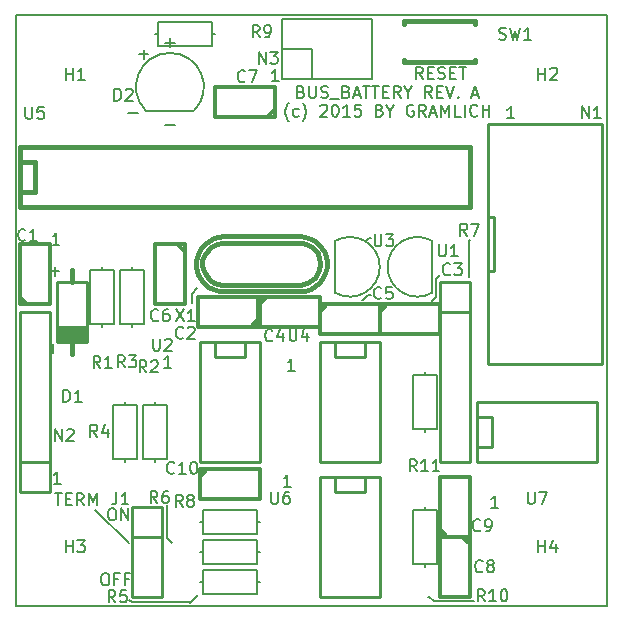
<source format=gto>
%FSLAX36Y36*%
G04 Gerber Fmt 3.6, Leading zero omitted, Abs format (unit inch)*
G04 Created by KiCad (PCBNEW (2014-jul-16 BZR unknown)-product) date Mon 26 Jan 2015 07:29:18 PM PST*
%MOIN*%
G01*
G04 APERTURE LIST*
%ADD10C,0.003937*%
%ADD11C,0.008000*%
%ADD12C,0.006000*%
%ADD13C,0.012000*%
%ADD14C,0.015000*%
%ADD15C,0.010000*%
%ADD16C,0.005906*%
G04 APERTURE END LIST*
D10*
D11*
X4200700Y-5584600D02*
X4312000Y-5695900D01*
D12*
X4066719Y-5529795D02*
X4089576Y-5529795D01*
X4078148Y-5569795D02*
X4078148Y-5529795D01*
X4102910Y-5548843D02*
X4116243Y-5548843D01*
X4121957Y-5569795D02*
X4102910Y-5569795D01*
X4102910Y-5529795D01*
X4121957Y-5529795D01*
X4161957Y-5569795D02*
X4148624Y-5550748D01*
X4139100Y-5569795D02*
X4139100Y-5529795D01*
X4154338Y-5529795D01*
X4158148Y-5531700D01*
X4160052Y-5533605D01*
X4161957Y-5537414D01*
X4161957Y-5543129D01*
X4160052Y-5546938D01*
X4158148Y-5548843D01*
X4154338Y-5550748D01*
X4139100Y-5550748D01*
X4179100Y-5569795D02*
X4179100Y-5529795D01*
X4192433Y-5558367D01*
X4205767Y-5529795D01*
X4205767Y-5569795D01*
X4230905Y-5797095D02*
X4238524Y-5797095D01*
X4242333Y-5799000D01*
X4246143Y-5802810D01*
X4248048Y-5810429D01*
X4248048Y-5823762D01*
X4246143Y-5831381D01*
X4242333Y-5835190D01*
X4238524Y-5837095D01*
X4230905Y-5837095D01*
X4227095Y-5835190D01*
X4223286Y-5831381D01*
X4221381Y-5823762D01*
X4221381Y-5810429D01*
X4223286Y-5802810D01*
X4227095Y-5799000D01*
X4230905Y-5797095D01*
X4278524Y-5816143D02*
X4265191Y-5816143D01*
X4265191Y-5837095D02*
X4265191Y-5797095D01*
X4284238Y-5797095D01*
X4312810Y-5816143D02*
X4299476Y-5816143D01*
X4299476Y-5837095D02*
X4299476Y-5797095D01*
X4318524Y-5797095D01*
X4253638Y-5580195D02*
X4261257Y-5580195D01*
X4265067Y-5582100D01*
X4268876Y-5585910D01*
X4270781Y-5593529D01*
X4270781Y-5606862D01*
X4268876Y-5614481D01*
X4265067Y-5618290D01*
X4261257Y-5620195D01*
X4253638Y-5620195D01*
X4249829Y-5618290D01*
X4246019Y-5614481D01*
X4244114Y-5606862D01*
X4244114Y-5593529D01*
X4246019Y-5585910D01*
X4249829Y-5582100D01*
X4253638Y-5580195D01*
X4287924Y-5620195D02*
X4287924Y-5580195D01*
X4310781Y-5620195D01*
X4310781Y-5580195D01*
X4085429Y-5497595D02*
X4062571Y-5497595D01*
X4074000Y-5497595D02*
X4074000Y-5457595D01*
X4070191Y-5463310D01*
X4066381Y-5467119D01*
X4062571Y-5469024D01*
D11*
X4441500Y-5680500D02*
X4456900Y-5695900D01*
X4441500Y-5569900D02*
X4441500Y-5680500D01*
X4323900Y-5893500D02*
X4315200Y-5884800D01*
X4517700Y-5893500D02*
X4323900Y-5893500D01*
X4517000Y-5894000D02*
X4542000Y-5869000D01*
D12*
X4081429Y-4701095D02*
X4058571Y-4701095D01*
X4070000Y-4701095D02*
X4070000Y-4661095D01*
X4066191Y-4666810D01*
X4062381Y-4670619D01*
X4058571Y-4672524D01*
X4453429Y-5111095D02*
X4430571Y-5111095D01*
X4442000Y-5111095D02*
X4442000Y-5071095D01*
X4438191Y-5076810D01*
X4434381Y-5080619D01*
X4430571Y-5082524D01*
X4865429Y-5121095D02*
X4842571Y-5121095D01*
X4854000Y-5121095D02*
X4854000Y-5081095D01*
X4850191Y-5086810D01*
X4846381Y-5090619D01*
X4842571Y-5092524D01*
X4851929Y-5508095D02*
X4829071Y-5508095D01*
X4840500Y-5508095D02*
X4840500Y-5468095D01*
X4836691Y-5473810D01*
X4832881Y-5477619D01*
X4829071Y-5479524D01*
D11*
X5314500Y-5874000D02*
X5311500Y-5874000D01*
X5331000Y-5890500D02*
X5314500Y-5874000D01*
X5463000Y-5890500D02*
X5331000Y-5890500D01*
D12*
X5544429Y-5577495D02*
X5521571Y-5577495D01*
X5533000Y-5577495D02*
X5533000Y-5537495D01*
X5529191Y-5543210D01*
X5525381Y-5547019D01*
X5521571Y-5548924D01*
X5597229Y-4279495D02*
X5574371Y-4279495D01*
X5585800Y-4279495D02*
X5585800Y-4239495D01*
X5581991Y-4245210D01*
X5578181Y-4249019D01*
X5574371Y-4250924D01*
D11*
X5448100Y-4685100D02*
X5448800Y-4685100D01*
X5448100Y-4809000D02*
X5448100Y-4685100D01*
X5093200Y-4885300D02*
X5091100Y-4885300D01*
X5109300Y-4869200D02*
X5093200Y-4885300D01*
X5120500Y-4869200D02*
X5109300Y-4869200D01*
X5336100Y-4816700D02*
X5351500Y-4801300D01*
X5336000Y-4875000D02*
X5323000Y-4888000D01*
X5336000Y-4815000D02*
X5336000Y-4875000D01*
X5114900Y-4677400D02*
X5107900Y-4684400D01*
X5120500Y-4677400D02*
X5114900Y-4677400D01*
X4522500Y-4864500D02*
X4540500Y-4846500D01*
X4522500Y-4894500D02*
X4522500Y-4864500D01*
D12*
X4346762Y-4065857D02*
X4377238Y-4065857D01*
X4362000Y-4081095D02*
X4362000Y-4050619D01*
X4311762Y-4263857D02*
X4342238Y-4263857D01*
X4813129Y-4156195D02*
X4790271Y-4156195D01*
X4801700Y-4156195D02*
X4801700Y-4116195D01*
X4797891Y-4121910D01*
X4794081Y-4125719D01*
X4790271Y-4127624D01*
X5292605Y-4148895D02*
X5279271Y-4129848D01*
X5269748Y-4148895D02*
X5269748Y-4108895D01*
X5284986Y-4108895D01*
X5288795Y-4110800D01*
X5290700Y-4112705D01*
X5292605Y-4116514D01*
X5292605Y-4122229D01*
X5290700Y-4126038D01*
X5288795Y-4127943D01*
X5284986Y-4129848D01*
X5269748Y-4129848D01*
X5309748Y-4127943D02*
X5323081Y-4127943D01*
X5328795Y-4148895D02*
X5309748Y-4148895D01*
X5309748Y-4108895D01*
X5328795Y-4108895D01*
X5344033Y-4146990D02*
X5349748Y-4148895D01*
X5359271Y-4148895D01*
X5363081Y-4146990D01*
X5364986Y-4145086D01*
X5366890Y-4141276D01*
X5366890Y-4137467D01*
X5364986Y-4133657D01*
X5363081Y-4131752D01*
X5359271Y-4129848D01*
X5351652Y-4127943D01*
X5347843Y-4126038D01*
X5345938Y-4124133D01*
X5344033Y-4120324D01*
X5344033Y-4116514D01*
X5345938Y-4112705D01*
X5347843Y-4110800D01*
X5351652Y-4108895D01*
X5361176Y-4108895D01*
X5366890Y-4110800D01*
X5384033Y-4127943D02*
X5397367Y-4127943D01*
X5403081Y-4148895D02*
X5384033Y-4148895D01*
X5384033Y-4108895D01*
X5403081Y-4108895D01*
X5414510Y-4108895D02*
X5437367Y-4108895D01*
X5425938Y-4148895D02*
X5425938Y-4108895D01*
X4887381Y-4191143D02*
X4893095Y-4193048D01*
X4895000Y-4194952D01*
X4896905Y-4198762D01*
X4896905Y-4204476D01*
X4895000Y-4208286D01*
X4893095Y-4210190D01*
X4889286Y-4212095D01*
X4874048Y-4212095D01*
X4874048Y-4172095D01*
X4887381Y-4172095D01*
X4891191Y-4174000D01*
X4893095Y-4175905D01*
X4895000Y-4179714D01*
X4895000Y-4183524D01*
X4893095Y-4187333D01*
X4891191Y-4189238D01*
X4887381Y-4191143D01*
X4874048Y-4191143D01*
X4914048Y-4172095D02*
X4914048Y-4204476D01*
X4915952Y-4208286D01*
X4917857Y-4210190D01*
X4921667Y-4212095D01*
X4929286Y-4212095D01*
X4933095Y-4210190D01*
X4935000Y-4208286D01*
X4936905Y-4204476D01*
X4936905Y-4172095D01*
X4954048Y-4210190D02*
X4959762Y-4212095D01*
X4969286Y-4212095D01*
X4973095Y-4210190D01*
X4975000Y-4208286D01*
X4976905Y-4204476D01*
X4976905Y-4200667D01*
X4975000Y-4196857D01*
X4973095Y-4194952D01*
X4969286Y-4193048D01*
X4961667Y-4191143D01*
X4957857Y-4189238D01*
X4955952Y-4187333D01*
X4954048Y-4183524D01*
X4954048Y-4179714D01*
X4955952Y-4175905D01*
X4957857Y-4174000D01*
X4961667Y-4172095D01*
X4971191Y-4172095D01*
X4976905Y-4174000D01*
X4984524Y-4215905D02*
X5015000Y-4215905D01*
X5037857Y-4191143D02*
X5043571Y-4193048D01*
X5045476Y-4194952D01*
X5047381Y-4198762D01*
X5047381Y-4204476D01*
X5045476Y-4208286D01*
X5043571Y-4210190D01*
X5039762Y-4212095D01*
X5024524Y-4212095D01*
X5024524Y-4172095D01*
X5037857Y-4172095D01*
X5041667Y-4174000D01*
X5043571Y-4175905D01*
X5045476Y-4179714D01*
X5045476Y-4183524D01*
X5043571Y-4187333D01*
X5041667Y-4189238D01*
X5037857Y-4191143D01*
X5024524Y-4191143D01*
X5062619Y-4200667D02*
X5081667Y-4200667D01*
X5058810Y-4212095D02*
X5072143Y-4172095D01*
X5085476Y-4212095D01*
X5093095Y-4172095D02*
X5115952Y-4172095D01*
X5104524Y-4212095D02*
X5104524Y-4172095D01*
X5123571Y-4172095D02*
X5146429Y-4172095D01*
X5135000Y-4212095D02*
X5135000Y-4172095D01*
X5159762Y-4191143D02*
X5173095Y-4191143D01*
X5178810Y-4212095D02*
X5159762Y-4212095D01*
X5159762Y-4172095D01*
X5178810Y-4172095D01*
X5218810Y-4212095D02*
X5205476Y-4193048D01*
X5195952Y-4212095D02*
X5195952Y-4172095D01*
X5211190Y-4172095D01*
X5215000Y-4174000D01*
X5216905Y-4175905D01*
X5218810Y-4179714D01*
X5218810Y-4185429D01*
X5216905Y-4189238D01*
X5215000Y-4191143D01*
X5211190Y-4193048D01*
X5195952Y-4193048D01*
X5243571Y-4193048D02*
X5243571Y-4212095D01*
X5230238Y-4172095D02*
X5243571Y-4193048D01*
X5256905Y-4172095D01*
X5323571Y-4212095D02*
X5310238Y-4193048D01*
X5300714Y-4212095D02*
X5300714Y-4172095D01*
X5315952Y-4172095D01*
X5319762Y-4174000D01*
X5321667Y-4175905D01*
X5323571Y-4179714D01*
X5323571Y-4185429D01*
X5321667Y-4189238D01*
X5319762Y-4191143D01*
X5315952Y-4193048D01*
X5300714Y-4193048D01*
X5340714Y-4191143D02*
X5354048Y-4191143D01*
X5359762Y-4212095D02*
X5340714Y-4212095D01*
X5340714Y-4172095D01*
X5359762Y-4172095D01*
X5371190Y-4172095D02*
X5384524Y-4212095D01*
X5397857Y-4172095D01*
X5411190Y-4208286D02*
X5413095Y-4210190D01*
X5411190Y-4212095D01*
X5409286Y-4210190D01*
X5411190Y-4208286D01*
X5411190Y-4212095D01*
X5458810Y-4200667D02*
X5477857Y-4200667D01*
X5455000Y-4212095D02*
X5468333Y-4172095D01*
X5481667Y-4212095D01*
X4846429Y-4289333D02*
X4844524Y-4287429D01*
X4840714Y-4281714D01*
X4838810Y-4277905D01*
X4836905Y-4272190D01*
X4835000Y-4262667D01*
X4835000Y-4255048D01*
X4836905Y-4245524D01*
X4838810Y-4239810D01*
X4840714Y-4236000D01*
X4844524Y-4230286D01*
X4846429Y-4228381D01*
X4878810Y-4272190D02*
X4875000Y-4274095D01*
X4867381Y-4274095D01*
X4863571Y-4272190D01*
X4861667Y-4270286D01*
X4859762Y-4266476D01*
X4859762Y-4255048D01*
X4861667Y-4251238D01*
X4863571Y-4249333D01*
X4867381Y-4247429D01*
X4875000Y-4247429D01*
X4878810Y-4249333D01*
X4892143Y-4289333D02*
X4894048Y-4287429D01*
X4897857Y-4281714D01*
X4899762Y-4277905D01*
X4901667Y-4272190D01*
X4903571Y-4262667D01*
X4903571Y-4255048D01*
X4901667Y-4245524D01*
X4899762Y-4239810D01*
X4897857Y-4236000D01*
X4894048Y-4230286D01*
X4892143Y-4228381D01*
X4951190Y-4237905D02*
X4953095Y-4236000D01*
X4956905Y-4234095D01*
X4966429Y-4234095D01*
X4970238Y-4236000D01*
X4972143Y-4237905D01*
X4974048Y-4241714D01*
X4974048Y-4245524D01*
X4972143Y-4251238D01*
X4949286Y-4274095D01*
X4974048Y-4274095D01*
X4998810Y-4234095D02*
X5002619Y-4234095D01*
X5006429Y-4236000D01*
X5008333Y-4237905D01*
X5010238Y-4241714D01*
X5012143Y-4249333D01*
X5012143Y-4258857D01*
X5010238Y-4266476D01*
X5008333Y-4270286D01*
X5006429Y-4272190D01*
X5002619Y-4274095D01*
X4998810Y-4274095D01*
X4995000Y-4272190D01*
X4993095Y-4270286D01*
X4991190Y-4266476D01*
X4989286Y-4258857D01*
X4989286Y-4249333D01*
X4991190Y-4241714D01*
X4993095Y-4237905D01*
X4995000Y-4236000D01*
X4998810Y-4234095D01*
X5050238Y-4274095D02*
X5027381Y-4274095D01*
X5038810Y-4274095D02*
X5038810Y-4234095D01*
X5035000Y-4239810D01*
X5031190Y-4243619D01*
X5027381Y-4245524D01*
X5086429Y-4234095D02*
X5067381Y-4234095D01*
X5065476Y-4253143D01*
X5067381Y-4251238D01*
X5071190Y-4249333D01*
X5080714Y-4249333D01*
X5084524Y-4251238D01*
X5086429Y-4253143D01*
X5088333Y-4256952D01*
X5088333Y-4266476D01*
X5086429Y-4270286D01*
X5084524Y-4272190D01*
X5080714Y-4274095D01*
X5071190Y-4274095D01*
X5067381Y-4272190D01*
X5065476Y-4270286D01*
X5149286Y-4253143D02*
X5155000Y-4255048D01*
X5156905Y-4256952D01*
X5158809Y-4260762D01*
X5158809Y-4266476D01*
X5156905Y-4270286D01*
X5155000Y-4272190D01*
X5151190Y-4274095D01*
X5135952Y-4274095D01*
X5135952Y-4234095D01*
X5149286Y-4234095D01*
X5153095Y-4236000D01*
X5155000Y-4237905D01*
X5156905Y-4241714D01*
X5156905Y-4245524D01*
X5155000Y-4249333D01*
X5153095Y-4251238D01*
X5149286Y-4253143D01*
X5135952Y-4253143D01*
X5183571Y-4255048D02*
X5183571Y-4274095D01*
X5170238Y-4234095D02*
X5183571Y-4255048D01*
X5196905Y-4234095D01*
X5261667Y-4236000D02*
X5257857Y-4234095D01*
X5252143Y-4234095D01*
X5246429Y-4236000D01*
X5242619Y-4239810D01*
X5240714Y-4243619D01*
X5238809Y-4251238D01*
X5238809Y-4256952D01*
X5240714Y-4264571D01*
X5242619Y-4268381D01*
X5246429Y-4272190D01*
X5252143Y-4274095D01*
X5255952Y-4274095D01*
X5261667Y-4272190D01*
X5263571Y-4270286D01*
X5263571Y-4256952D01*
X5255952Y-4256952D01*
X5303571Y-4274095D02*
X5290238Y-4255048D01*
X5280714Y-4274095D02*
X5280714Y-4234095D01*
X5295952Y-4234095D01*
X5299762Y-4236000D01*
X5301667Y-4237905D01*
X5303571Y-4241714D01*
X5303571Y-4247429D01*
X5301667Y-4251238D01*
X5299762Y-4253143D01*
X5295952Y-4255048D01*
X5280714Y-4255048D01*
X5318809Y-4262667D02*
X5337857Y-4262667D01*
X5315000Y-4274095D02*
X5328333Y-4234095D01*
X5341667Y-4274095D01*
X5355000Y-4274095D02*
X5355000Y-4234095D01*
X5368333Y-4262667D01*
X5381667Y-4234095D01*
X5381667Y-4274095D01*
X5419762Y-4274095D02*
X5400714Y-4274095D01*
X5400714Y-4234095D01*
X5433095Y-4274095D02*
X5433095Y-4234095D01*
X5475000Y-4270286D02*
X5473095Y-4272190D01*
X5467381Y-4274095D01*
X5463571Y-4274095D01*
X5457857Y-4272190D01*
X5454048Y-4268381D01*
X5452143Y-4264571D01*
X5450238Y-4256952D01*
X5450238Y-4251238D01*
X5452143Y-4243619D01*
X5454048Y-4239810D01*
X5457857Y-4236000D01*
X5463571Y-4234095D01*
X5467381Y-4234095D01*
X5473095Y-4236000D01*
X5475000Y-4237905D01*
X5492143Y-4274095D02*
X5492143Y-4234095D01*
X5492143Y-4253143D02*
X5515000Y-4253143D01*
X5515000Y-4274095D02*
X5515000Y-4234095D01*
D11*
X3937008Y-5905512D02*
X3937008Y-3937008D01*
X5905512Y-5905512D02*
X3937008Y-5905512D01*
X5905512Y-3937008D02*
X5905512Y-5905512D01*
X3937008Y-3937008D02*
X5905512Y-3937008D01*
D13*
X3950000Y-4898000D02*
X3950000Y-4700000D01*
X3950000Y-4700000D02*
X4050000Y-4700000D01*
X4050000Y-4700000D02*
X4050000Y-4900000D01*
X4050000Y-4900000D02*
X3950000Y-4900000D01*
X3975000Y-4900000D02*
X3950000Y-4875000D01*
X4743000Y-4975000D02*
X4545000Y-4975000D01*
X4545000Y-4975000D02*
X4545000Y-4875000D01*
X4545000Y-4875000D02*
X4745000Y-4875000D01*
X4745000Y-4875000D02*
X4745000Y-4975000D01*
X4745000Y-4950000D02*
X4720000Y-4975000D01*
X5152000Y-4900000D02*
X5350000Y-4900000D01*
X5350000Y-4900000D02*
X5350000Y-5000000D01*
X5350000Y-5000000D02*
X5150000Y-5000000D01*
X5150000Y-5000000D02*
X5150000Y-4900000D01*
X5150000Y-4925000D02*
X5175000Y-4900000D01*
X4752000Y-4875000D02*
X4950000Y-4875000D01*
X4950000Y-4875000D02*
X4950000Y-4975000D01*
X4950000Y-4975000D02*
X4750000Y-4975000D01*
X4750000Y-4975000D02*
X4750000Y-4875000D01*
X4750000Y-4900000D02*
X4775000Y-4875000D01*
X4952000Y-4900000D02*
X5150000Y-4900000D01*
X5150000Y-4900000D02*
X5150000Y-5000000D01*
X5150000Y-5000000D02*
X4950000Y-5000000D01*
X4950000Y-5000000D02*
X4950000Y-4900000D01*
X4950000Y-4925000D02*
X4975000Y-4900000D01*
D14*
X4125000Y-4825000D02*
X4125000Y-4785000D01*
X4125000Y-5015000D02*
X4125000Y-5065000D01*
D15*
X4175000Y-5005000D02*
X4075000Y-5005000D01*
X4175000Y-4995000D02*
X4075000Y-4995000D01*
X4175000Y-4985000D02*
X4075000Y-4985000D01*
X4175000Y-5015000D02*
X4075000Y-5015000D01*
X4175000Y-4975000D02*
X4075000Y-5025000D01*
X4175000Y-5025000D02*
X4075000Y-4975000D01*
X4175000Y-4975000D02*
X4075000Y-4975000D01*
X4175000Y-5000000D02*
X4075000Y-5000000D01*
X4075000Y-5025000D02*
X4175000Y-5025000D01*
X4175000Y-5025000D02*
X4175000Y-4825000D01*
X4175000Y-4825000D02*
X4075000Y-4825000D01*
X4075000Y-4825000D02*
X4075000Y-5025000D01*
D11*
X4370100Y-4255700D02*
X4528300Y-4255700D01*
X4530000Y-4254900D02*
G75*
G03X4370100Y-4255000I-80000J79900D01*
G74*
G01*
D15*
X4325000Y-5675000D02*
X4325000Y-5875000D01*
X4325000Y-5875000D02*
X4425000Y-5875000D01*
X4425000Y-5875000D02*
X4425000Y-5675000D01*
X4425000Y-5575000D02*
X4425000Y-5675000D01*
X4425000Y-5675000D02*
X4325000Y-5675000D01*
X4425000Y-5575000D02*
X4325000Y-5575000D01*
X4325000Y-5575000D02*
X4325000Y-5675000D01*
X5510000Y-4790000D02*
X5530000Y-4790000D01*
X5530000Y-4790000D02*
X5530000Y-4610000D01*
X5530000Y-4610000D02*
X5510000Y-4610000D01*
X5890000Y-4300000D02*
X5890000Y-5100000D01*
X5890000Y-5100000D02*
X5510000Y-5100000D01*
X5510000Y-5100000D02*
X5510000Y-4300000D01*
X5510000Y-4300000D02*
X5890000Y-4300000D01*
X3950000Y-5425000D02*
X3950000Y-4925000D01*
X3950000Y-4925000D02*
X4050000Y-4925000D01*
X4050000Y-4925000D02*
X4050000Y-5425000D01*
X3950000Y-5525000D02*
X3950000Y-5425000D01*
X3950000Y-5425000D02*
X4050000Y-5425000D01*
X3950000Y-5525000D02*
X4050000Y-5525000D01*
X4050000Y-5525000D02*
X4050000Y-5425000D01*
D16*
X4825000Y-4050000D02*
X4925000Y-4050000D01*
X4925000Y-4050000D02*
X4925000Y-4150000D01*
X4825000Y-4150000D02*
X5125000Y-4150000D01*
X5125000Y-4150000D02*
X5125000Y-3950000D01*
X5125000Y-3950000D02*
X4925000Y-3950000D01*
X4825000Y-4150000D02*
X4825000Y-4050000D01*
X4825000Y-3950000D02*
X4825000Y-4050000D01*
X4925000Y-3950000D02*
X4825000Y-3950000D01*
D14*
X5231900Y-3956100D02*
X5231900Y-3965900D01*
X5468100Y-3956100D02*
X5468100Y-3965900D01*
X5231900Y-4093900D02*
X5231900Y-4084100D01*
X5468100Y-4093900D02*
X5468100Y-4084100D01*
X5468100Y-3956100D02*
X5231900Y-3956100D01*
X5468100Y-4093900D02*
X5231900Y-4093900D01*
X4940000Y-4725600D02*
X4947900Y-4741400D01*
X4947900Y-4741400D02*
X4951900Y-4765000D01*
X4951900Y-4765000D02*
X4947900Y-4784700D01*
X4947900Y-4784700D02*
X4932200Y-4812200D01*
X4932200Y-4812200D02*
X4908500Y-4828000D01*
X4908500Y-4828000D02*
X4884900Y-4835900D01*
X4884900Y-4835900D02*
X4625100Y-4835900D01*
X4625100Y-4835900D02*
X4597500Y-4828000D01*
X4597500Y-4828000D02*
X4581800Y-4816200D01*
X4581800Y-4816200D02*
X4566000Y-4796500D01*
X4566000Y-4796500D02*
X4558100Y-4772900D01*
X4558100Y-4772900D02*
X4558100Y-4753200D01*
X4558100Y-4753200D02*
X4566000Y-4733500D01*
X4566000Y-4733500D02*
X4585700Y-4709900D01*
X4585700Y-4709900D02*
X4605400Y-4698100D01*
X4605400Y-4698100D02*
X4625100Y-4694100D01*
X4629000Y-4694100D02*
X4888900Y-4694100D01*
X4888900Y-4694100D02*
X4904600Y-4698100D01*
X4904600Y-4698100D02*
X4924300Y-4709900D01*
X4924300Y-4709900D02*
X4944000Y-4729600D01*
X4629400Y-4673300D02*
X4611300Y-4675200D01*
X4611300Y-4675200D02*
X4595600Y-4679600D01*
X4595600Y-4679600D02*
X4578600Y-4688200D01*
X4578600Y-4688200D02*
X4567200Y-4697300D01*
X4567200Y-4697300D02*
X4554200Y-4711100D01*
X4554200Y-4711100D02*
X4542800Y-4732300D01*
X4542800Y-4732300D02*
X4537700Y-4755900D01*
X4537700Y-4755900D02*
X4537700Y-4776000D01*
X4537700Y-4776000D02*
X4544400Y-4803600D01*
X4544400Y-4803600D02*
X4560100Y-4826800D01*
X4560100Y-4826800D02*
X4578200Y-4841400D01*
X4578200Y-4841400D02*
X4594800Y-4849600D01*
X4594800Y-4849600D02*
X4612500Y-4855900D01*
X4612500Y-4855900D02*
X4629800Y-4857100D01*
X4918800Y-4848500D02*
X4933700Y-4839800D01*
X4933700Y-4839800D02*
X4946300Y-4828800D01*
X4946300Y-4828800D02*
X4956200Y-4815800D01*
X4956200Y-4815800D02*
X4968000Y-4794100D01*
X4968000Y-4794100D02*
X4972300Y-4775600D01*
X4972300Y-4775600D02*
X4973100Y-4757500D01*
X4973100Y-4757500D02*
X4969600Y-4739400D01*
X4969600Y-4739400D02*
X4962100Y-4721700D01*
X4962100Y-4721700D02*
X4947900Y-4703200D01*
X4947900Y-4703200D02*
X4934100Y-4690600D01*
X4934100Y-4690600D02*
X4918800Y-4681500D01*
X4918800Y-4681500D02*
X4901900Y-4676000D01*
X4901900Y-4676000D02*
X4884500Y-4673300D01*
X4629000Y-4856700D02*
X4883000Y-4856700D01*
X4883000Y-4856700D02*
X4899500Y-4855200D01*
X4899500Y-4855200D02*
X4918800Y-4848500D01*
X4629000Y-4673300D02*
X4883000Y-4673300D01*
D15*
X5100000Y-5025000D02*
X5100000Y-5075000D01*
X5100000Y-5075000D02*
X5000000Y-5075000D01*
X5000000Y-5075000D02*
X5000000Y-5025000D01*
X5150000Y-5025000D02*
X5150000Y-5425000D01*
X5150000Y-5425000D02*
X4950000Y-5425000D01*
X4950000Y-5425000D02*
X4950000Y-5025000D01*
X4950000Y-5025000D02*
X5150000Y-5025000D01*
D13*
X4500000Y-4702000D02*
X4500000Y-4900000D01*
X4500000Y-4900000D02*
X4400000Y-4900000D01*
X4400000Y-4900000D02*
X4400000Y-4700000D01*
X4400000Y-4700000D02*
X4500000Y-4700000D01*
X4475000Y-4700000D02*
X4500000Y-4725000D01*
X4798000Y-4275000D02*
X4600000Y-4275000D01*
X4600000Y-4275000D02*
X4600000Y-4175000D01*
X4600000Y-4175000D02*
X4800000Y-4175000D01*
X4800000Y-4175000D02*
X4800000Y-4275000D01*
X4800000Y-4250000D02*
X4775000Y-4275000D01*
X5450000Y-5677000D02*
X5450000Y-5875000D01*
X5450000Y-5875000D02*
X5350000Y-5875000D01*
X5350000Y-5875000D02*
X5350000Y-5675000D01*
X5350000Y-5675000D02*
X5450000Y-5675000D01*
X5425000Y-5675000D02*
X5450000Y-5700000D01*
X5350000Y-5673000D02*
X5350000Y-5475000D01*
X5350000Y-5475000D02*
X5450000Y-5475000D01*
X5450000Y-5475000D02*
X5450000Y-5675000D01*
X5450000Y-5675000D02*
X5350000Y-5675000D01*
X5375000Y-5675000D02*
X5350000Y-5650000D01*
D15*
X5450000Y-4925000D02*
X5450000Y-5425000D01*
X5450000Y-5425000D02*
X5350000Y-5425000D01*
X5350000Y-5425000D02*
X5350000Y-4925000D01*
X5450000Y-4825000D02*
X5450000Y-4925000D01*
X5450000Y-4925000D02*
X5350000Y-4925000D01*
X5450000Y-4825000D02*
X5350000Y-4825000D01*
X5350000Y-4825000D02*
X5350000Y-4925000D01*
D14*
X3950000Y-4375000D02*
X5450000Y-4375000D01*
X5450000Y-4375000D02*
X5450000Y-4575000D01*
X5450000Y-4575000D02*
X3950000Y-4575000D01*
X3950000Y-4575000D02*
X3950000Y-4375000D01*
X3950000Y-4425000D02*
X4000000Y-4425000D01*
X4000000Y-4425000D02*
X4000000Y-4525000D01*
X4000000Y-4525000D02*
X3950000Y-4525000D01*
D15*
X5100000Y-5475000D02*
X5100000Y-5525000D01*
X5100000Y-5525000D02*
X5000000Y-5525000D01*
X5000000Y-5525000D02*
X5000000Y-5475000D01*
X5150000Y-5475000D02*
X5150000Y-5875000D01*
X5150000Y-5875000D02*
X4950000Y-5875000D01*
X4950000Y-5875000D02*
X4950000Y-5475000D01*
X4950000Y-5475000D02*
X5150000Y-5475000D01*
X5475000Y-5275000D02*
X5525000Y-5275000D01*
X5525000Y-5275000D02*
X5525000Y-5375000D01*
X5525000Y-5375000D02*
X5475000Y-5375000D01*
X5475000Y-5225000D02*
X5875000Y-5225000D01*
X5875000Y-5225000D02*
X5875000Y-5425000D01*
X5875000Y-5425000D02*
X5475000Y-5425000D01*
X5475000Y-5425000D02*
X5475000Y-5225000D01*
D16*
X5324478Y-4688699D02*
G75*
G03X5325000Y-4861000I-49478J-86301D01*
G74*
G01*
X5325000Y-4861000D02*
X5325000Y-4688000D01*
D15*
X4700000Y-5025000D02*
X4700000Y-5075000D01*
X4700000Y-5075000D02*
X4600000Y-5075000D01*
X4600000Y-5075000D02*
X4600000Y-5025000D01*
X4750000Y-5025000D02*
X4750000Y-5425000D01*
X4750000Y-5425000D02*
X4550000Y-5425000D01*
X4550000Y-5425000D02*
X4550000Y-5025000D01*
X4550000Y-5025000D02*
X4750000Y-5025000D01*
D16*
X5000522Y-4861301D02*
G75*
G03X5000000Y-4689000I49478J86301D01*
G74*
G01*
X5000000Y-4689000D02*
X5000000Y-4862000D01*
D11*
X4225000Y-4965000D02*
X4225000Y-4975000D01*
X4225000Y-4785000D02*
X4225000Y-4775000D01*
X4185000Y-4785000D02*
X4265000Y-4785000D01*
X4265000Y-4785000D02*
X4265000Y-4965000D01*
X4265000Y-4965000D02*
X4185000Y-4965000D01*
X4185000Y-4965000D02*
X4185000Y-4785000D01*
X4400000Y-5415000D02*
X4400000Y-5425000D01*
X4400000Y-5235000D02*
X4400000Y-5225000D01*
X4360000Y-5235000D02*
X4440000Y-5235000D01*
X4440000Y-5235000D02*
X4440000Y-5415000D01*
X4440000Y-5415000D02*
X4360000Y-5415000D01*
X4360000Y-5415000D02*
X4360000Y-5235000D01*
X4325000Y-4785000D02*
X4325000Y-4775000D01*
X4325000Y-4965000D02*
X4325000Y-4975000D01*
X4365000Y-4965000D02*
X4285000Y-4965000D01*
X4285000Y-4965000D02*
X4285000Y-4785000D01*
X4285000Y-4785000D02*
X4365000Y-4785000D01*
X4365000Y-4785000D02*
X4365000Y-4965000D01*
X4300000Y-5415000D02*
X4300000Y-5425000D01*
X4300000Y-5235000D02*
X4300000Y-5225000D01*
X4260000Y-5235000D02*
X4340000Y-5235000D01*
X4340000Y-5235000D02*
X4340000Y-5415000D01*
X4340000Y-5415000D02*
X4260000Y-5415000D01*
X4260000Y-5415000D02*
X4260000Y-5235000D01*
X4560000Y-5825000D02*
X4550000Y-5825000D01*
X4740000Y-5825000D02*
X4750000Y-5825000D01*
X4740000Y-5785000D02*
X4740000Y-5865000D01*
X4740000Y-5865000D02*
X4560000Y-5865000D01*
X4560000Y-5865000D02*
X4560000Y-5785000D01*
X4560000Y-5785000D02*
X4740000Y-5785000D01*
X4740000Y-5725000D02*
X4750000Y-5725000D01*
X4560000Y-5725000D02*
X4550000Y-5725000D01*
X4560000Y-5765000D02*
X4560000Y-5685000D01*
X4560000Y-5685000D02*
X4740000Y-5685000D01*
X4740000Y-5685000D02*
X4740000Y-5765000D01*
X4740000Y-5765000D02*
X4560000Y-5765000D01*
X4740000Y-5625000D02*
X4750000Y-5625000D01*
X4560000Y-5625000D02*
X4550000Y-5625000D01*
X4560000Y-5665000D02*
X4560000Y-5585000D01*
X4560000Y-5585000D02*
X4740000Y-5585000D01*
X4740000Y-5585000D02*
X4740000Y-5665000D01*
X4740000Y-5665000D02*
X4560000Y-5665000D01*
X4590000Y-4000000D02*
X4600000Y-4000000D01*
X4410000Y-4000000D02*
X4400000Y-4000000D01*
X4410000Y-4040000D02*
X4410000Y-3960000D01*
X4410000Y-3960000D02*
X4590000Y-3960000D01*
X4590000Y-3960000D02*
X4590000Y-4040000D01*
X4590000Y-4040000D02*
X4410000Y-4040000D01*
X5300000Y-5585000D02*
X5300000Y-5575000D01*
X5300000Y-5765000D02*
X5300000Y-5775000D01*
X5340000Y-5765000D02*
X5260000Y-5765000D01*
X5260000Y-5765000D02*
X5260000Y-5585000D01*
X5260000Y-5585000D02*
X5340000Y-5585000D01*
X5340000Y-5585000D02*
X5340000Y-5765000D01*
X5300000Y-5315000D02*
X5300000Y-5325000D01*
X5300000Y-5135000D02*
X5300000Y-5125000D01*
X5260000Y-5135000D02*
X5340000Y-5135000D01*
X5340000Y-5135000D02*
X5340000Y-5315000D01*
X5340000Y-5315000D02*
X5260000Y-5315000D01*
X5260000Y-5315000D02*
X5260000Y-5135000D01*
D13*
X4552000Y-5450000D02*
X4750000Y-5450000D01*
X4750000Y-5450000D02*
X4750000Y-5550000D01*
X4750000Y-5550000D02*
X4550000Y-5550000D01*
X4550000Y-5550000D02*
X4550000Y-5450000D01*
X4550000Y-5475000D02*
X4575000Y-5450000D01*
D11*
X4103382Y-4151954D02*
X4103382Y-4111954D01*
X4103382Y-4131001D02*
X4126239Y-4131001D01*
X4126239Y-4151954D02*
X4126239Y-4111954D01*
X4166239Y-4151954D02*
X4143382Y-4151954D01*
X4154811Y-4151954D02*
X4154811Y-4111954D01*
X4151001Y-4117668D01*
X4147192Y-4121477D01*
X4143382Y-4123382D01*
X5678185Y-4151954D02*
X5678185Y-4111954D01*
X5678185Y-4131001D02*
X5701042Y-4131001D01*
X5701042Y-4151954D02*
X5701042Y-4111954D01*
X5718185Y-4115763D02*
X5720090Y-4113858D01*
X5723900Y-4111954D01*
X5733423Y-4111954D01*
X5737233Y-4113858D01*
X5739138Y-4115763D01*
X5741042Y-4119573D01*
X5741042Y-4123382D01*
X5739138Y-4129096D01*
X5716280Y-4151954D01*
X5741042Y-4151954D01*
X4103382Y-5726757D02*
X4103382Y-5686757D01*
X4103382Y-5705804D02*
X4126239Y-5705804D01*
X4126239Y-5726757D02*
X4126239Y-5686757D01*
X4141477Y-5686757D02*
X4166239Y-5686757D01*
X4152906Y-5701995D01*
X4158620Y-5701995D01*
X4162430Y-5703900D01*
X4164334Y-5705804D01*
X4166239Y-5709614D01*
X4166239Y-5719138D01*
X4164334Y-5722947D01*
X4162430Y-5724852D01*
X4158620Y-5726757D01*
X4147192Y-5726757D01*
X4143382Y-5724852D01*
X4141477Y-5722947D01*
X5678185Y-5726757D02*
X5678185Y-5686757D01*
X5678185Y-5705804D02*
X5701042Y-5705804D01*
X5701042Y-5726757D02*
X5701042Y-5686757D01*
X5737233Y-5700090D02*
X5737233Y-5726757D01*
X5727709Y-5684852D02*
X5718185Y-5713423D01*
X5742947Y-5713423D01*
X3968333Y-4685286D02*
X3966429Y-4687190D01*
X3960714Y-4689095D01*
X3956905Y-4689095D01*
X3951191Y-4687190D01*
X3947381Y-4683381D01*
X3945476Y-4679571D01*
X3943571Y-4671952D01*
X3943571Y-4666238D01*
X3945476Y-4658619D01*
X3947381Y-4654810D01*
X3951191Y-4651000D01*
X3956905Y-4649095D01*
X3960714Y-4649095D01*
X3966429Y-4651000D01*
X3968333Y-4652905D01*
X4006429Y-4689095D02*
X3983571Y-4689095D01*
X3995000Y-4689095D02*
X3995000Y-4649095D01*
X3991191Y-4654810D01*
X3987381Y-4658619D01*
X3983571Y-4660524D01*
X4494333Y-5011286D02*
X4492429Y-5013190D01*
X4486714Y-5015095D01*
X4482905Y-5015095D01*
X4477191Y-5013190D01*
X4473381Y-5009381D01*
X4471476Y-5005571D01*
X4469571Y-4997952D01*
X4469571Y-4992238D01*
X4471476Y-4984619D01*
X4473381Y-4980810D01*
X4477191Y-4977000D01*
X4482905Y-4975095D01*
X4486714Y-4975095D01*
X4492429Y-4977000D01*
X4494333Y-4978905D01*
X4509571Y-4978905D02*
X4511476Y-4977000D01*
X4515286Y-4975095D01*
X4524810Y-4975095D01*
X4528619Y-4977000D01*
X4530524Y-4978905D01*
X4532429Y-4982714D01*
X4532429Y-4986524D01*
X4530524Y-4992238D01*
X4507667Y-5015095D01*
X4532429Y-5015095D01*
X5384333Y-4799286D02*
X5382429Y-4801190D01*
X5376714Y-4803095D01*
X5372905Y-4803095D01*
X5367191Y-4801190D01*
X5363381Y-4797381D01*
X5361476Y-4793571D01*
X5359571Y-4785952D01*
X5359571Y-4780238D01*
X5361476Y-4772619D01*
X5363381Y-4768810D01*
X5367191Y-4765000D01*
X5372905Y-4763095D01*
X5376714Y-4763095D01*
X5382429Y-4765000D01*
X5384333Y-4766905D01*
X5397667Y-4763095D02*
X5422429Y-4763095D01*
X5409095Y-4778333D01*
X5414810Y-4778333D01*
X5418619Y-4780238D01*
X5420524Y-4782143D01*
X5422429Y-4785952D01*
X5422429Y-4795476D01*
X5420524Y-4799286D01*
X5418619Y-4801190D01*
X5414810Y-4803095D01*
X5403381Y-4803095D01*
X5399571Y-4801190D01*
X5397667Y-4799286D01*
X4791833Y-5019786D02*
X4789929Y-5021690D01*
X4784214Y-5023595D01*
X4780405Y-5023595D01*
X4774691Y-5021690D01*
X4770881Y-5017881D01*
X4768976Y-5014071D01*
X4767071Y-5006452D01*
X4767071Y-5000738D01*
X4768976Y-4993119D01*
X4770881Y-4989310D01*
X4774691Y-4985500D01*
X4780405Y-4983595D01*
X4784214Y-4983595D01*
X4789929Y-4985500D01*
X4791833Y-4987405D01*
X4826119Y-4996929D02*
X4826119Y-5023595D01*
X4816595Y-4981690D02*
X4807071Y-5010262D01*
X4831833Y-5010262D01*
X5154333Y-4878286D02*
X5152429Y-4880190D01*
X5146714Y-4882095D01*
X5142905Y-4882095D01*
X5137191Y-4880190D01*
X5133381Y-4876381D01*
X5131476Y-4872571D01*
X5129571Y-4864952D01*
X5129571Y-4859238D01*
X5131476Y-4851619D01*
X5133381Y-4847810D01*
X5137191Y-4844000D01*
X5142905Y-4842095D01*
X5146714Y-4842095D01*
X5152429Y-4844000D01*
X5154333Y-4845905D01*
X5190524Y-4842095D02*
X5171476Y-4842095D01*
X5169571Y-4861143D01*
X5171476Y-4859238D01*
X5175286Y-4857333D01*
X5184810Y-4857333D01*
X5188619Y-4859238D01*
X5190524Y-4861143D01*
X5192429Y-4864952D01*
X5192429Y-4874476D01*
X5190524Y-4878286D01*
X5188619Y-4880190D01*
X5184810Y-4882095D01*
X5175286Y-4882095D01*
X5171476Y-4880190D01*
X5169571Y-4878286D01*
X4094476Y-5225095D02*
X4094476Y-5185095D01*
X4104000Y-5185095D01*
X4109714Y-5187000D01*
X4113524Y-5190810D01*
X4115429Y-5194619D01*
X4117333Y-5202238D01*
X4117333Y-5207952D01*
X4115429Y-5215571D01*
X4113524Y-5219381D01*
X4109714Y-5223190D01*
X4104000Y-5225095D01*
X4094476Y-5225095D01*
X4155429Y-5225095D02*
X4132571Y-5225095D01*
X4144000Y-5225095D02*
X4144000Y-5185095D01*
X4140191Y-5190810D01*
X4136381Y-5194619D01*
X4132571Y-5196524D01*
X4060534Y-5063860D02*
X4060534Y-5033384D01*
X4066440Y-4805592D02*
X4066440Y-4775116D01*
X4081678Y-4790354D02*
X4051202Y-4790354D01*
X4264476Y-4221095D02*
X4264476Y-4181095D01*
X4274000Y-4181095D01*
X4279714Y-4183000D01*
X4283524Y-4186810D01*
X4285429Y-4190619D01*
X4287333Y-4198238D01*
X4287333Y-4203952D01*
X4285429Y-4211571D01*
X4283524Y-4215381D01*
X4279714Y-4219190D01*
X4274000Y-4221095D01*
X4264476Y-4221095D01*
X4302571Y-4184905D02*
X4304476Y-4183000D01*
X4308286Y-4181095D01*
X4317810Y-4181095D01*
X4321619Y-4183000D01*
X4323524Y-4184905D01*
X4325429Y-4188714D01*
X4325429Y-4192524D01*
X4323524Y-4198238D01*
X4300667Y-4221095D01*
X4325429Y-4221095D01*
X4434762Y-4302857D02*
X4465238Y-4302857D01*
X4434762Y-4027857D02*
X4465238Y-4027857D01*
X4450000Y-4043095D02*
X4450000Y-4012619D01*
X4271667Y-5527095D02*
X4271667Y-5555667D01*
X4269762Y-5561381D01*
X4265952Y-5565190D01*
X4260238Y-5567095D01*
X4256429Y-5567095D01*
X4311667Y-5567095D02*
X4288810Y-5567095D01*
X4300238Y-5567095D02*
X4300238Y-5527095D01*
X4296429Y-5532810D01*
X4292619Y-5536619D01*
X4288810Y-5538524D01*
X5823724Y-4279495D02*
X5823724Y-4239495D01*
X5846581Y-4279495D01*
X5846581Y-4239495D01*
X5886581Y-4279495D02*
X5863724Y-4279495D01*
X5875152Y-4279495D02*
X5875152Y-4239495D01*
X5871343Y-4245210D01*
X5867533Y-4249019D01*
X5863724Y-4250924D01*
X4066524Y-5356095D02*
X4066524Y-5316095D01*
X4089381Y-5356095D01*
X4089381Y-5316095D01*
X4106524Y-5319905D02*
X4108429Y-5318000D01*
X4112238Y-5316095D01*
X4121762Y-5316095D01*
X4125571Y-5318000D01*
X4127476Y-5319905D01*
X4129381Y-5323714D01*
X4129381Y-5327524D01*
X4127476Y-5333238D01*
X4104619Y-5356095D01*
X4129381Y-5356095D01*
X4746524Y-4098095D02*
X4746524Y-4058095D01*
X4769381Y-4098095D01*
X4769381Y-4058095D01*
X4784619Y-4058095D02*
X4809381Y-4058095D01*
X4796048Y-4073333D01*
X4801762Y-4073333D01*
X4805571Y-4075238D01*
X4807476Y-4077143D01*
X4809381Y-4080952D01*
X4809381Y-4090476D01*
X4807476Y-4094286D01*
X4805571Y-4096190D01*
X4801762Y-4098095D01*
X4790333Y-4098095D01*
X4786524Y-4096190D01*
X4784619Y-4094286D01*
X5546667Y-4016190D02*
X5552381Y-4018095D01*
X5561905Y-4018095D01*
X5565714Y-4016190D01*
X5567619Y-4014286D01*
X5569524Y-4010476D01*
X5569524Y-4006667D01*
X5567619Y-4002857D01*
X5565714Y-4000952D01*
X5561905Y-3999048D01*
X5554286Y-3997143D01*
X5550476Y-3995238D01*
X5548571Y-3993333D01*
X5546667Y-3989524D01*
X5546667Y-3985714D01*
X5548571Y-3981905D01*
X5550476Y-3980000D01*
X5554286Y-3978095D01*
X5563810Y-3978095D01*
X5569524Y-3980000D01*
X5582857Y-3978095D02*
X5592381Y-4018095D01*
X5600000Y-3989524D01*
X5607619Y-4018095D01*
X5617143Y-3978095D01*
X5653333Y-4018095D02*
X5630476Y-4018095D01*
X5641905Y-4018095D02*
X5641905Y-3978095D01*
X5638095Y-3983810D01*
X5634286Y-3987619D01*
X5630476Y-3989524D01*
X4469119Y-4916095D02*
X4495786Y-4956095D01*
X4495786Y-4916095D02*
X4469119Y-4956095D01*
X4531976Y-4956095D02*
X4509119Y-4956095D01*
X4520548Y-4956095D02*
X4520548Y-4916095D01*
X4516738Y-4921810D01*
X4512929Y-4925619D01*
X4509119Y-4927524D01*
X4849024Y-4982095D02*
X4849024Y-5014476D01*
X4850929Y-5018286D01*
X4852833Y-5020190D01*
X4856643Y-5022095D01*
X4864262Y-5022095D01*
X4868071Y-5020190D01*
X4869976Y-5018286D01*
X4871881Y-5014476D01*
X4871881Y-4982095D01*
X4908071Y-4995429D02*
X4908071Y-5022095D01*
X4898548Y-4980190D02*
X4889024Y-5008762D01*
X4913786Y-5008762D01*
X4410833Y-4952286D02*
X4408929Y-4954190D01*
X4403214Y-4956095D01*
X4399405Y-4956095D01*
X4393691Y-4954190D01*
X4389881Y-4950381D01*
X4387976Y-4946571D01*
X4386071Y-4938952D01*
X4386071Y-4933238D01*
X4387976Y-4925619D01*
X4389881Y-4921810D01*
X4393691Y-4918000D01*
X4399405Y-4916095D01*
X4403214Y-4916095D01*
X4408929Y-4918000D01*
X4410833Y-4919905D01*
X4445119Y-4916095D02*
X4437500Y-4916095D01*
X4433691Y-4918000D01*
X4431786Y-4919905D01*
X4427976Y-4925619D01*
X4426071Y-4933238D01*
X4426071Y-4948476D01*
X4427976Y-4952286D01*
X4429881Y-4954190D01*
X4433691Y-4956095D01*
X4441310Y-4956095D01*
X4445119Y-4954190D01*
X4447024Y-4952286D01*
X4448929Y-4948476D01*
X4448929Y-4938952D01*
X4447024Y-4935143D01*
X4445119Y-4933238D01*
X4441310Y-4931333D01*
X4433691Y-4931333D01*
X4429881Y-4933238D01*
X4427976Y-4935143D01*
X4426071Y-4938952D01*
X4700333Y-4156286D02*
X4698429Y-4158190D01*
X4692714Y-4160095D01*
X4688905Y-4160095D01*
X4683191Y-4158190D01*
X4679381Y-4154381D01*
X4677476Y-4150571D01*
X4675571Y-4142952D01*
X4675571Y-4137238D01*
X4677476Y-4129619D01*
X4679381Y-4125810D01*
X4683191Y-4122000D01*
X4688905Y-4120095D01*
X4692714Y-4120095D01*
X4698429Y-4122000D01*
X4700333Y-4123905D01*
X4713667Y-4120095D02*
X4740333Y-4120095D01*
X4723191Y-4160095D01*
X5492333Y-5789286D02*
X5490429Y-5791190D01*
X5484714Y-5793095D01*
X5480905Y-5793095D01*
X5475191Y-5791190D01*
X5471381Y-5787381D01*
X5469476Y-5783571D01*
X5467571Y-5775952D01*
X5467571Y-5770238D01*
X5469476Y-5762619D01*
X5471381Y-5758810D01*
X5475191Y-5755000D01*
X5480905Y-5753095D01*
X5484714Y-5753095D01*
X5490429Y-5755000D01*
X5492333Y-5756905D01*
X5515191Y-5770238D02*
X5511381Y-5768333D01*
X5509476Y-5766429D01*
X5507571Y-5762619D01*
X5507571Y-5760714D01*
X5509476Y-5756905D01*
X5511381Y-5755000D01*
X5515191Y-5753095D01*
X5522810Y-5753095D01*
X5526619Y-5755000D01*
X5528524Y-5756905D01*
X5530429Y-5760714D01*
X5530429Y-5762619D01*
X5528524Y-5766429D01*
X5526619Y-5768333D01*
X5522810Y-5770238D01*
X5515191Y-5770238D01*
X5511381Y-5772143D01*
X5509476Y-5774048D01*
X5507571Y-5777857D01*
X5507571Y-5785476D01*
X5509476Y-5789286D01*
X5511381Y-5791190D01*
X5515191Y-5793095D01*
X5522810Y-5793095D01*
X5526619Y-5791190D01*
X5528524Y-5789286D01*
X5530429Y-5785476D01*
X5530429Y-5777857D01*
X5528524Y-5774048D01*
X5526619Y-5772143D01*
X5522810Y-5770238D01*
X5484533Y-5652886D02*
X5482629Y-5654790D01*
X5476914Y-5656695D01*
X5473105Y-5656695D01*
X5467391Y-5654790D01*
X5463581Y-5650981D01*
X5461676Y-5647171D01*
X5459771Y-5639552D01*
X5459771Y-5633838D01*
X5461676Y-5626219D01*
X5463581Y-5622410D01*
X5467391Y-5618600D01*
X5473105Y-5616695D01*
X5476914Y-5616695D01*
X5482629Y-5618600D01*
X5484533Y-5620505D01*
X5503581Y-5656695D02*
X5511200Y-5656695D01*
X5515010Y-5654790D01*
X5516914Y-5652886D01*
X5520724Y-5647171D01*
X5522629Y-5639552D01*
X5522629Y-5624314D01*
X5520724Y-5620505D01*
X5518819Y-5618600D01*
X5515010Y-5616695D01*
X5507391Y-5616695D01*
X5503581Y-5618600D01*
X5501676Y-5620505D01*
X5499771Y-5624314D01*
X5499771Y-5633838D01*
X5501676Y-5637648D01*
X5503581Y-5639552D01*
X5507391Y-5641457D01*
X5515010Y-5641457D01*
X5518819Y-5639552D01*
X5520724Y-5637648D01*
X5522629Y-5633838D01*
X5440533Y-4671095D02*
X5427200Y-4652048D01*
X5417676Y-4671095D02*
X5417676Y-4631095D01*
X5432914Y-4631095D01*
X5436724Y-4633000D01*
X5438629Y-4634905D01*
X5440533Y-4638714D01*
X5440533Y-4644429D01*
X5438629Y-4648238D01*
X5436724Y-4650143D01*
X5432914Y-4652048D01*
X5417676Y-4652048D01*
X5453867Y-4631095D02*
X5480533Y-4631095D01*
X5463391Y-4671095D01*
X3968524Y-4241095D02*
X3968524Y-4273476D01*
X3970429Y-4277286D01*
X3972333Y-4279190D01*
X3976143Y-4281095D01*
X3983762Y-4281095D01*
X3987571Y-4279190D01*
X3989476Y-4277286D01*
X3991381Y-4273476D01*
X3991381Y-4241095D01*
X4029476Y-4241095D02*
X4010429Y-4241095D01*
X4008524Y-4260143D01*
X4010429Y-4258238D01*
X4014238Y-4256333D01*
X4023762Y-4256333D01*
X4027571Y-4258238D01*
X4029476Y-4260143D01*
X4031381Y-4263952D01*
X4031381Y-4273476D01*
X4029476Y-4277286D01*
X4027571Y-4279190D01*
X4023762Y-4281095D01*
X4014238Y-4281095D01*
X4010429Y-4279190D01*
X4008524Y-4277286D01*
X4787524Y-5525095D02*
X4787524Y-5557476D01*
X4789429Y-5561286D01*
X4791333Y-5563190D01*
X4795143Y-5565095D01*
X4802762Y-5565095D01*
X4806571Y-5563190D01*
X4808476Y-5561286D01*
X4810381Y-5557476D01*
X4810381Y-5525095D01*
X4846571Y-5525095D02*
X4838952Y-5525095D01*
X4835143Y-5527000D01*
X4833238Y-5528905D01*
X4829429Y-5534619D01*
X4827524Y-5542238D01*
X4827524Y-5557476D01*
X4829429Y-5561286D01*
X4831333Y-5563190D01*
X4835143Y-5565095D01*
X4842762Y-5565095D01*
X4846571Y-5563190D01*
X4848476Y-5561286D01*
X4850381Y-5557476D01*
X4850381Y-5547952D01*
X4848476Y-5544143D01*
X4846571Y-5542238D01*
X4842762Y-5540333D01*
X4835143Y-5540333D01*
X4831333Y-5542238D01*
X4829429Y-5544143D01*
X4827524Y-5547952D01*
X5642524Y-5525095D02*
X5642524Y-5557476D01*
X5644429Y-5561286D01*
X5646333Y-5563190D01*
X5650143Y-5565095D01*
X5657762Y-5565095D01*
X5661571Y-5563190D01*
X5663476Y-5561286D01*
X5665381Y-5557476D01*
X5665381Y-5525095D01*
X5680619Y-5525095D02*
X5707286Y-5525095D01*
X5690143Y-5565095D01*
X5346524Y-4700095D02*
X5346524Y-4732476D01*
X5348429Y-4736286D01*
X5350333Y-4738190D01*
X5354143Y-4740095D01*
X5361762Y-4740095D01*
X5365571Y-4738190D01*
X5367476Y-4736286D01*
X5369381Y-4732476D01*
X5369381Y-4700095D01*
X5409381Y-4740095D02*
X5386524Y-4740095D01*
X5397952Y-4740095D02*
X5397952Y-4700095D01*
X5394143Y-4705810D01*
X5390333Y-4709619D01*
X5386524Y-4711524D01*
X4393524Y-5014095D02*
X4393524Y-5046476D01*
X4395429Y-5050286D01*
X4397333Y-5052190D01*
X4401143Y-5054095D01*
X4408762Y-5054095D01*
X4412571Y-5052190D01*
X4414476Y-5050286D01*
X4416381Y-5046476D01*
X4416381Y-5014095D01*
X4433524Y-5017905D02*
X4435429Y-5016000D01*
X4439238Y-5014095D01*
X4448762Y-5014095D01*
X4452571Y-5016000D01*
X4454476Y-5017905D01*
X4456381Y-5021714D01*
X4456381Y-5025524D01*
X4454476Y-5031238D01*
X4431619Y-5054095D01*
X4456381Y-5054095D01*
X5132024Y-4665995D02*
X5132024Y-4698376D01*
X5133929Y-4702186D01*
X5135833Y-4704090D01*
X5139643Y-4705995D01*
X5147262Y-4705995D01*
X5151071Y-4704090D01*
X5152976Y-4702186D01*
X5154881Y-4698376D01*
X5154881Y-4665995D01*
X5170119Y-4665995D02*
X5194881Y-4665995D01*
X5181548Y-4681233D01*
X5187262Y-4681233D01*
X5191071Y-4683138D01*
X5192976Y-4685043D01*
X5194881Y-4688852D01*
X5194881Y-4698376D01*
X5192976Y-4702186D01*
X5191071Y-4704090D01*
X5187262Y-4705995D01*
X5175833Y-4705995D01*
X5172024Y-4704090D01*
X5170119Y-4702186D01*
D12*
X4218333Y-5112095D02*
X4205000Y-5093048D01*
X4195476Y-5112095D02*
X4195476Y-5072095D01*
X4210714Y-5072095D01*
X4214524Y-5074000D01*
X4216429Y-5075905D01*
X4218333Y-5079714D01*
X4218333Y-5085429D01*
X4216429Y-5089238D01*
X4214524Y-5091143D01*
X4210714Y-5093048D01*
X4195476Y-5093048D01*
X4256429Y-5112095D02*
X4233571Y-5112095D01*
X4245000Y-5112095D02*
X4245000Y-5072095D01*
X4241191Y-5077810D01*
X4237381Y-5081619D01*
X4233571Y-5083524D01*
X4371833Y-5127095D02*
X4358500Y-5108048D01*
X4348976Y-5127095D02*
X4348976Y-5087095D01*
X4364214Y-5087095D01*
X4368024Y-5089000D01*
X4369929Y-5090905D01*
X4371833Y-5094714D01*
X4371833Y-5100429D01*
X4369929Y-5104238D01*
X4368024Y-5106143D01*
X4364214Y-5108048D01*
X4348976Y-5108048D01*
X4387071Y-5090905D02*
X4388976Y-5089000D01*
X4392786Y-5087095D01*
X4402310Y-5087095D01*
X4406119Y-5089000D01*
X4408024Y-5090905D01*
X4409929Y-5094714D01*
X4409929Y-5098524D01*
X4408024Y-5104238D01*
X4385167Y-5127095D01*
X4409929Y-5127095D01*
X4299333Y-5110095D02*
X4286000Y-5091048D01*
X4276476Y-5110095D02*
X4276476Y-5070095D01*
X4291714Y-5070095D01*
X4295524Y-5072000D01*
X4297429Y-5073905D01*
X4299333Y-5077714D01*
X4299333Y-5083429D01*
X4297429Y-5087238D01*
X4295524Y-5089143D01*
X4291714Y-5091048D01*
X4276476Y-5091048D01*
X4312667Y-5070095D02*
X4337429Y-5070095D01*
X4324095Y-5085333D01*
X4329810Y-5085333D01*
X4333619Y-5087238D01*
X4335524Y-5089143D01*
X4337429Y-5092952D01*
X4337429Y-5102476D01*
X4335524Y-5106286D01*
X4333619Y-5108190D01*
X4329810Y-5110095D01*
X4318381Y-5110095D01*
X4314571Y-5108190D01*
X4312667Y-5106286D01*
X4208033Y-5341595D02*
X4194700Y-5322548D01*
X4185176Y-5341595D02*
X4185176Y-5301595D01*
X4200414Y-5301595D01*
X4204224Y-5303500D01*
X4206129Y-5305405D01*
X4208033Y-5309214D01*
X4208033Y-5314929D01*
X4206129Y-5318738D01*
X4204224Y-5320643D01*
X4200414Y-5322548D01*
X4185176Y-5322548D01*
X4242319Y-5314929D02*
X4242319Y-5341595D01*
X4232795Y-5299690D02*
X4223271Y-5328262D01*
X4248033Y-5328262D01*
X4268333Y-5893095D02*
X4255000Y-5874048D01*
X4245476Y-5893095D02*
X4245476Y-5853095D01*
X4260714Y-5853095D01*
X4264524Y-5855000D01*
X4266429Y-5856905D01*
X4268333Y-5860714D01*
X4268333Y-5866429D01*
X4266429Y-5870238D01*
X4264524Y-5872143D01*
X4260714Y-5874048D01*
X4245476Y-5874048D01*
X4304524Y-5853095D02*
X4285476Y-5853095D01*
X4283571Y-5872143D01*
X4285476Y-5870238D01*
X4289286Y-5868333D01*
X4298810Y-5868333D01*
X4302619Y-5870238D01*
X4304524Y-5872143D01*
X4306429Y-5875952D01*
X4306429Y-5885476D01*
X4304524Y-5889286D01*
X4302619Y-5891190D01*
X4298810Y-5893095D01*
X4289286Y-5893095D01*
X4285476Y-5891190D01*
X4283571Y-5889286D01*
X4408333Y-5562095D02*
X4395000Y-5543048D01*
X4385476Y-5562095D02*
X4385476Y-5522095D01*
X4400714Y-5522095D01*
X4404524Y-5524000D01*
X4406429Y-5525905D01*
X4408333Y-5529714D01*
X4408333Y-5535429D01*
X4406429Y-5539238D01*
X4404524Y-5541143D01*
X4400714Y-5543048D01*
X4385476Y-5543048D01*
X4442619Y-5522095D02*
X4435000Y-5522095D01*
X4431191Y-5524000D01*
X4429286Y-5525905D01*
X4425476Y-5531619D01*
X4423571Y-5539238D01*
X4423571Y-5554476D01*
X4425476Y-5558286D01*
X4427381Y-5560190D01*
X4431191Y-5562095D01*
X4438810Y-5562095D01*
X4442619Y-5560190D01*
X4444524Y-5558286D01*
X4446429Y-5554476D01*
X4446429Y-5544952D01*
X4444524Y-5541143D01*
X4442619Y-5539238D01*
X4438810Y-5537333D01*
X4431191Y-5537333D01*
X4427381Y-5539238D01*
X4425476Y-5541143D01*
X4423571Y-5544952D01*
X4492333Y-5575095D02*
X4479000Y-5556048D01*
X4469476Y-5575095D02*
X4469476Y-5535095D01*
X4484714Y-5535095D01*
X4488524Y-5537000D01*
X4490429Y-5538905D01*
X4492333Y-5542714D01*
X4492333Y-5548429D01*
X4490429Y-5552238D01*
X4488524Y-5554143D01*
X4484714Y-5556048D01*
X4469476Y-5556048D01*
X4515191Y-5552238D02*
X4511381Y-5550333D01*
X4509476Y-5548429D01*
X4507571Y-5544619D01*
X4507571Y-5542714D01*
X4509476Y-5538905D01*
X4511381Y-5537000D01*
X4515191Y-5535095D01*
X4522810Y-5535095D01*
X4526619Y-5537000D01*
X4528524Y-5538905D01*
X4530429Y-5542714D01*
X4530429Y-5544619D01*
X4528524Y-5548429D01*
X4526619Y-5550333D01*
X4522810Y-5552238D01*
X4515191Y-5552238D01*
X4511381Y-5554143D01*
X4509476Y-5556048D01*
X4507571Y-5559857D01*
X4507571Y-5567476D01*
X4509476Y-5571286D01*
X4511381Y-5573190D01*
X4515191Y-5575095D01*
X4522810Y-5575095D01*
X4526619Y-5573190D01*
X4528524Y-5571286D01*
X4530429Y-5567476D01*
X4530429Y-5559857D01*
X4528524Y-5556048D01*
X4526619Y-5554143D01*
X4522810Y-5552238D01*
X4748733Y-4009795D02*
X4735400Y-3990748D01*
X4725876Y-4009795D02*
X4725876Y-3969795D01*
X4741114Y-3969795D01*
X4744924Y-3971700D01*
X4746829Y-3973605D01*
X4748733Y-3977414D01*
X4748733Y-3983129D01*
X4746829Y-3986938D01*
X4744924Y-3988843D01*
X4741114Y-3990748D01*
X4725876Y-3990748D01*
X4767781Y-4009795D02*
X4775400Y-4009795D01*
X4779210Y-4007890D01*
X4781114Y-4005986D01*
X4784924Y-4000271D01*
X4786829Y-3992652D01*
X4786829Y-3977414D01*
X4784924Y-3973605D01*
X4783019Y-3971700D01*
X4779210Y-3969795D01*
X4771591Y-3969795D01*
X4767781Y-3971700D01*
X4765876Y-3973605D01*
X4763971Y-3977414D01*
X4763971Y-3986938D01*
X4765876Y-3990748D01*
X4767781Y-3992652D01*
X4771591Y-3994557D01*
X4779210Y-3994557D01*
X4783019Y-3992652D01*
X4784924Y-3990748D01*
X4786829Y-3986938D01*
X5498786Y-5890595D02*
X5485452Y-5871548D01*
X5475929Y-5890595D02*
X5475929Y-5850595D01*
X5491167Y-5850595D01*
X5494976Y-5852500D01*
X5496881Y-5854405D01*
X5498786Y-5858214D01*
X5498786Y-5863929D01*
X5496881Y-5867738D01*
X5494976Y-5869643D01*
X5491167Y-5871548D01*
X5475929Y-5871548D01*
X5536881Y-5890595D02*
X5514024Y-5890595D01*
X5525452Y-5890595D02*
X5525452Y-5850595D01*
X5521643Y-5856310D01*
X5517833Y-5860119D01*
X5514024Y-5862024D01*
X5561643Y-5850595D02*
X5565452Y-5850595D01*
X5569262Y-5852500D01*
X5571167Y-5854405D01*
X5573071Y-5858214D01*
X5574976Y-5865833D01*
X5574976Y-5875357D01*
X5573071Y-5882976D01*
X5571167Y-5886786D01*
X5569262Y-5888690D01*
X5565452Y-5890595D01*
X5561643Y-5890595D01*
X5557833Y-5888690D01*
X5555929Y-5886786D01*
X5554024Y-5882976D01*
X5552119Y-5875357D01*
X5552119Y-5865833D01*
X5554024Y-5858214D01*
X5555929Y-5854405D01*
X5557833Y-5852500D01*
X5561643Y-5850595D01*
X5272286Y-5457095D02*
X5258952Y-5438048D01*
X5249429Y-5457095D02*
X5249429Y-5417095D01*
X5264667Y-5417095D01*
X5268476Y-5419000D01*
X5270381Y-5420905D01*
X5272286Y-5424714D01*
X5272286Y-5430429D01*
X5270381Y-5434238D01*
X5268476Y-5436143D01*
X5264667Y-5438048D01*
X5249429Y-5438048D01*
X5310381Y-5457095D02*
X5287524Y-5457095D01*
X5298952Y-5457095D02*
X5298952Y-5417095D01*
X5295143Y-5422810D01*
X5291333Y-5426619D01*
X5287524Y-5428524D01*
X5348476Y-5457095D02*
X5325619Y-5457095D01*
X5337048Y-5457095D02*
X5337048Y-5417095D01*
X5333238Y-5422810D01*
X5329429Y-5426619D01*
X5325619Y-5428524D01*
D11*
X4464286Y-5461286D02*
X4462381Y-5463190D01*
X4456667Y-5465095D01*
X4452857Y-5465095D01*
X4447143Y-5463190D01*
X4443333Y-5459381D01*
X4441429Y-5455571D01*
X4439524Y-5447952D01*
X4439524Y-5442238D01*
X4441429Y-5434619D01*
X4443333Y-5430810D01*
X4447143Y-5427000D01*
X4452857Y-5425095D01*
X4456667Y-5425095D01*
X4462381Y-5427000D01*
X4464286Y-5428905D01*
X4502381Y-5465095D02*
X4479524Y-5465095D01*
X4490952Y-5465095D02*
X4490952Y-5425095D01*
X4487143Y-5430810D01*
X4483333Y-5434619D01*
X4479524Y-5436524D01*
X4527143Y-5425095D02*
X4530952Y-5425095D01*
X4534762Y-5427000D01*
X4536667Y-5428905D01*
X4538571Y-5432714D01*
X4540476Y-5440333D01*
X4540476Y-5449857D01*
X4538571Y-5457476D01*
X4536667Y-5461286D01*
X4534762Y-5463190D01*
X4530952Y-5465095D01*
X4527143Y-5465095D01*
X4523333Y-5463190D01*
X4521429Y-5461286D01*
X4519524Y-5457476D01*
X4517619Y-5449857D01*
X4517619Y-5440333D01*
X4519524Y-5432714D01*
X4521429Y-5428905D01*
X4523333Y-5427000D01*
X4527143Y-5425095D01*
M02*

</source>
